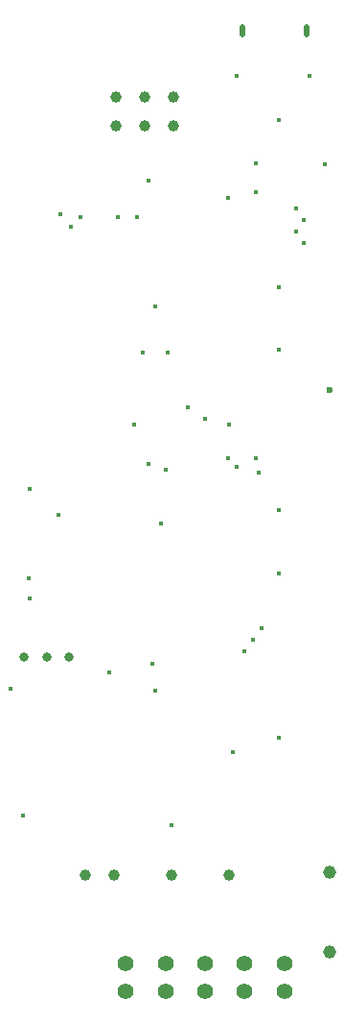
<source format=gbr>
%TF.GenerationSoftware,KiCad,Pcbnew,9.0.2*%
%TF.CreationDate,2025-05-30T08:42:43+03:00*%
%TF.ProjectId,PMMCU-ESP32C3,504d4d43-552d-4455-9350-333243332e6b,rev?*%
%TF.SameCoordinates,Original*%
%TF.FileFunction,Plated,1,2,PTH,Mixed*%
%TF.FilePolarity,Positive*%
%FSLAX46Y46*%
G04 Gerber Fmt 4.6, Leading zero omitted, Abs format (unit mm)*
G04 Created by KiCad (PCBNEW 9.0.2) date 2025-05-30 08:42:43*
%MOMM*%
%LPD*%
G01*
G04 APERTURE LIST*
%TA.AperFunction,ViaDrill*%
%ADD10C,0.400000*%
%TD*%
G04 aperture for slot hole*
%TA.AperFunction,ComponentDrill*%
%ADD11C,0.500000*%
%TD*%
%TA.AperFunction,ViaDrill*%
%ADD12C,0.600000*%
%TD*%
%TA.AperFunction,ComponentDrill*%
%ADD13C,0.800000*%
%TD*%
%TA.AperFunction,ComponentDrill*%
%ADD14C,1.000000*%
%TD*%
%TA.AperFunction,ComponentDrill*%
%ADD15C,1.150000*%
%TD*%
%TA.AperFunction,ComponentDrill*%
%ADD16C,1.400000*%
%TD*%
G04 APERTURE END LIST*
D10*
X800000Y-12800000D03*
X1905000Y-24000000D03*
X2439100Y-3098000D03*
X2540000Y4812400D03*
X2540000Y-4812000D03*
X5000000Y2500000D03*
X5250000Y29000000D03*
X6154999Y27904999D03*
X7000000Y28750000D03*
X9525000Y-11355000D03*
X10250000Y28750000D03*
X11750000Y10500000D03*
X12000000Y28750000D03*
X12490000Y16810200D03*
X13000000Y32000000D03*
X13000000Y7000000D03*
X13350000Y-10600000D03*
X13589000Y-12954000D03*
X13590000Y20937600D03*
X14100000Y1750000D03*
X14500000Y6500000D03*
X14690000Y16810300D03*
X15010000Y-24830000D03*
X16500000Y12000000D03*
X18000000Y11000000D03*
X20000000Y30500000D03*
X20000000Y7500002D03*
X20088300Y10516500D03*
X20447000Y-18415000D03*
X20750000Y41242100D03*
X20750000Y6750000D03*
X21500000Y-9500000D03*
X22250000Y-8500000D03*
X22500000Y31000000D03*
X22500000Y7500000D03*
X22520300Y33500000D03*
X22750000Y6250000D03*
X23000000Y-7500000D03*
X24496900Y37358200D03*
X24496900Y22604900D03*
X24496900Y-2605000D03*
X24500300Y17074300D03*
X24500300Y2927300D03*
X24511900Y-17152000D03*
X26000000Y29500000D03*
X26000000Y27500000D03*
X26750000Y28500000D03*
X26750000Y26500000D03*
X27250000Y41250000D03*
X28588000Y33388000D03*
D11*
%TO.C,J1*%
X21305027Y44852208D02*
X21305027Y45552208D01*
X26955029Y44852208D02*
X26955029Y45552208D01*
%TD*%
D12*
X29000000Y13499993D03*
D13*
%TO.C,J7*%
X2000000Y-10000000D03*
X4000000Y-10000000D03*
X6000000Y-10000000D03*
D14*
%TO.C,PS1*%
X7416800Y-29210000D03*
X9956800Y-29210000D03*
%TO.C,SW4*%
X10160000Y39370000D03*
X10160000Y36830000D03*
X12700000Y39370000D03*
X12700000Y36830000D03*
%TO.C,PS1*%
X15036800Y-29210000D03*
%TO.C,SW4*%
X15240000Y39370000D03*
X15240000Y36830000D03*
%TO.C,PS1*%
X20116800Y-29210000D03*
D15*
%TO.C,U3*%
X29000000Y-29000000D03*
%TO.C,U4*%
X29000000Y-36000000D03*
D16*
%TO.C,J6*%
X11000000Y-37000000D03*
X11000000Y-39500000D03*
X14500000Y-37000000D03*
X14500000Y-39500000D03*
X18000000Y-37000000D03*
X18000000Y-39500000D03*
X21500000Y-37000000D03*
X21500000Y-39500000D03*
X25000000Y-37000000D03*
X25000000Y-39500000D03*
M02*

</source>
